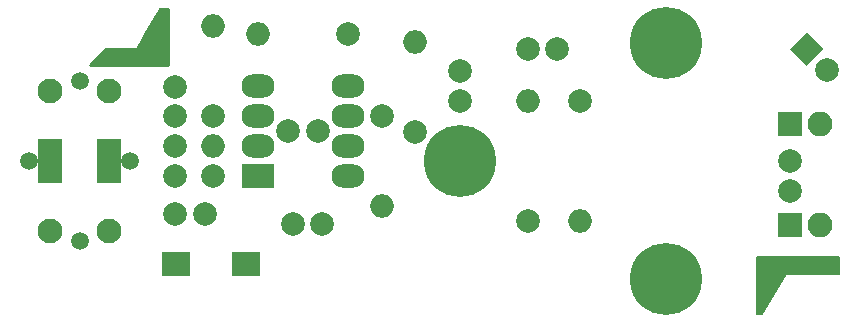
<source format=gbs>
G04 #@! TF.GenerationSoftware,KiCad,Pcbnew,(5.0.0-rc2-dev-691-g31b026c)*
G04 #@! TF.CreationDate,2018-06-05T10:47:32+02:00*
G04 #@! TF.ProjectId,DIY_detector,4449595F6465746563746F722E6B6963,V1.1*
G04 #@! TF.SameCoordinates,Original*
G04 #@! TF.FileFunction,Soldermask,Bot*
G04 #@! TF.FilePolarity,Negative*
%FSLAX46Y46*%
G04 Gerber Fmt 4.6, Leading zero omitted, Abs format (unit mm)*
G04 Created by KiCad (PCBNEW (5.0.0-rc2-dev-691-g31b026c)) date 2018 June 05, Tuesday 10:47:32*
%MOMM*%
%LPD*%
G01*
G04 APERTURE LIST*
%ADD10R,2.800000X2.000000*%
%ADD11O,2.800000X2.000000*%
%ADD12C,2.000000*%
%ADD13C,0.100000*%
%ADD14O,2.000000X2.000000*%
%ADD15C,6.100000*%
%ADD16C,2.100000*%
%ADD17R,2.100000X2.100000*%
%ADD18O,2.100000X2.100000*%
%ADD19R,2.400000X2.000000*%
%ADD20C,1.500000*%
%ADD21C,0.150000*%
%ADD22C,0.254000*%
G04 APERTURE END LIST*
D10*
X120355000Y-113770000D03*
D11*
X127975000Y-106150000D03*
X120355000Y-111230000D03*
X127975000Y-108690000D03*
X120355000Y-108690000D03*
X127975000Y-111230000D03*
X120355000Y-106150000D03*
X127975000Y-113770000D03*
D12*
X166800000Y-103000000D03*
D13*
G36*
X165385786Y-103000000D02*
X166800000Y-101585786D01*
X168214214Y-103000000D01*
X166800000Y-104414214D01*
X165385786Y-103000000D01*
X165385786Y-103000000D01*
G37*
D12*
X168567767Y-104767767D03*
X113370000Y-111230000D03*
X113370000Y-113730000D03*
X113370000Y-116945000D03*
X115870000Y-116945000D03*
X113370000Y-108690000D03*
X113370000Y-106190000D03*
X123316000Y-117834000D03*
X125816000Y-117834000D03*
X125435000Y-109960000D03*
X122935000Y-109960000D03*
X137500000Y-104880000D03*
X137500000Y-107380000D03*
X143215000Y-102975000D03*
X145715000Y-102975000D03*
X165440000Y-112500000D03*
X165440000Y-115000000D03*
X116545000Y-108690000D03*
D14*
X116545000Y-101070000D03*
D12*
X130896000Y-108690000D03*
D14*
X130896000Y-116310000D03*
D12*
X133690000Y-110000000D03*
D14*
X133690000Y-102380000D03*
D12*
X116545000Y-113770000D03*
D14*
X116545000Y-111230000D03*
D12*
X128000000Y-101750000D03*
D14*
X120380000Y-101750000D03*
D15*
X137500000Y-112500000D03*
X154900000Y-122500000D03*
D16*
X107750000Y-118430000D03*
D17*
X107750000Y-113350000D03*
X107750000Y-111650000D03*
D16*
X107750000Y-106570000D03*
X102750000Y-106570000D03*
D17*
X102750000Y-111650000D03*
X102750000Y-113350000D03*
D16*
X102750000Y-118430000D03*
D17*
X165440000Y-117900000D03*
D18*
X167980000Y-117900000D03*
D12*
X143215000Y-117580000D03*
D14*
X143215000Y-107420000D03*
X147660000Y-117580000D03*
D12*
X147660000Y-107420000D03*
D18*
X167980000Y-109325000D03*
D17*
X165440000Y-109325000D03*
D19*
X119376799Y-121215443D03*
X113376799Y-121215443D03*
D20*
X105250000Y-105750000D03*
X109500000Y-112500000D03*
X101000000Y-112500000D03*
X105250000Y-119250000D03*
D15*
X154900000Y-102500000D03*
D21*
G36*
X169525000Y-122025000D02*
X165100000Y-122025000D01*
X165071299Y-122030709D01*
X165046967Y-122046967D01*
X165035355Y-122061973D01*
X163057104Y-125425000D01*
X162575000Y-125425000D01*
X162575000Y-120575000D01*
X169525000Y-120575000D01*
X169525000Y-122025000D01*
X169525000Y-122025000D01*
G37*
X169525000Y-122025000D02*
X165100000Y-122025000D01*
X165071299Y-122030709D01*
X165046967Y-122046967D01*
X165035355Y-122061973D01*
X163057104Y-125425000D01*
X162575000Y-125425000D01*
X162575000Y-120575000D01*
X169525000Y-120575000D01*
X169525000Y-122025000D01*
D22*
G36*
X112773000Y-104373000D02*
X106106606Y-104373000D01*
X107452606Y-103027000D01*
X110000000Y-103027000D01*
X110048601Y-103017333D01*
X110089803Y-102989803D01*
X110110267Y-102963010D01*
X110909595Y-101564186D01*
X112071907Y-99627000D01*
X112773000Y-99627000D01*
X112773000Y-104373000D01*
X112773000Y-104373000D01*
G37*
X112773000Y-104373000D02*
X106106606Y-104373000D01*
X107452606Y-103027000D01*
X110000000Y-103027000D01*
X110048601Y-103017333D01*
X110089803Y-102989803D01*
X110110267Y-102963010D01*
X110909595Y-101564186D01*
X112071907Y-99627000D01*
X112773000Y-99627000D01*
X112773000Y-104373000D01*
M02*

</source>
